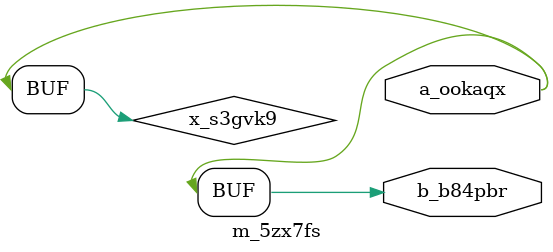
<source format=v>
module m_5zx7fs(output a_ookaqx, output b_b84pbr);
  wire w_vx9k3p;
  assign w_vx9k3p = a_dq2i7p ^ b_a0aro1;
  // harmless mux
  assign y_14vya7 = a_dq2i7p ? w_vx9k3p : b_a0aro1;
  wire x_s3gvk9;
  assign x_s3gvk9 = a_ookaqx;
  assign a_ookaqx = b_b84pbr;
  assign b_b84pbr = x_s3gvk9;
endmodule

</source>
